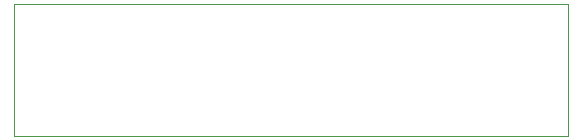
<source format=gbr>
%TF.GenerationSoftware,KiCad,Pcbnew,6.0.10-1.fc36*%
%TF.CreationDate,2023-01-12T16:24:27+01:00*%
%TF.ProjectId,connettori_jack,636f6e6e-6574-4746-9f72-695f6a61636b,rev?*%
%TF.SameCoordinates,Original*%
%TF.FileFunction,Profile,NP*%
%FSLAX46Y46*%
G04 Gerber Fmt 4.6, Leading zero omitted, Abs format (unit mm)*
G04 Created by KiCad (PCBNEW 6.0.10-1.fc36) date 2023-01-12 16:24:27*
%MOMM*%
%LPD*%
G01*
G04 APERTURE LIST*
%TA.AperFunction,Profile*%
%ADD10C,0.100000*%
%TD*%
G04 APERTURE END LIST*
D10*
X98171000Y-94538800D02*
X145008600Y-94538800D01*
X145008600Y-94538800D02*
X145008600Y-105740200D01*
X145008600Y-105740200D02*
X98171000Y-105740200D01*
X98171000Y-105740200D02*
X98171000Y-94538800D01*
M02*

</source>
